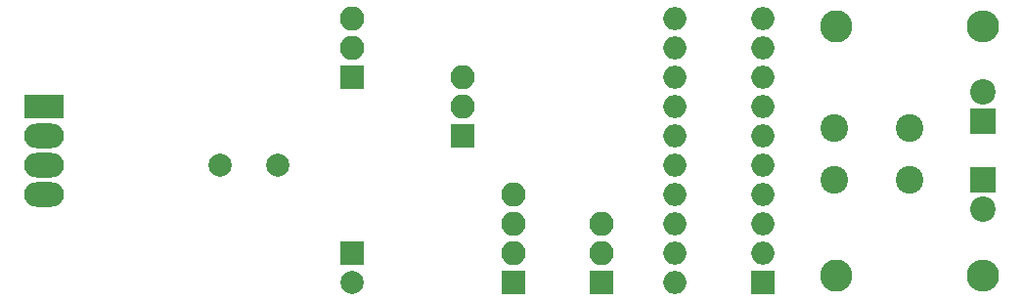
<source format=gbr>
G04 #@! TF.FileFunction,Soldermask,Bot*
%FSLAX46Y46*%
G04 Gerber Fmt 4.6, Leading zero omitted, Abs format (unit mm)*
G04 Created by KiCad (PCBNEW 4.0.2+dfsg1-stable) date Mon 26 Feb 2018 05:52:28 PM CET*
%MOMM*%
G01*
G04 APERTURE LIST*
%ADD10C,0.100000*%
%ADD11R,2.000000X2.000000*%
%ADD12C,2.000000*%
%ADD13R,2.200000X2.200000*%
%ADD14C,2.200000*%
%ADD15R,2.100000X2.100000*%
%ADD16O,2.100000X2.100000*%
%ADD17C,2.800000*%
%ADD18O,2.800000X2.800000*%
%ADD19C,2.400000*%
%ADD20O,2.000000X2.000000*%
%ADD21R,3.440000X2.127200*%
%ADD22O,3.440000X2.127200*%
G04 APERTURE END LIST*
D10*
D11*
X142240000Y-126365000D03*
D12*
X142240000Y-128865000D03*
D13*
X196850000Y-114935000D03*
D14*
X196850000Y-112395000D03*
D13*
X196850000Y-120015000D03*
D14*
X196850000Y-122555000D03*
D15*
X151765000Y-116205000D03*
D16*
X151765000Y-113665000D03*
X151765000Y-111125000D03*
D15*
X142240000Y-111125000D03*
D16*
X142240000Y-108585000D03*
X142240000Y-106045000D03*
D15*
X156210000Y-128905000D03*
D16*
X156210000Y-126365000D03*
X156210000Y-123825000D03*
X156210000Y-121285000D03*
D15*
X163830000Y-128905000D03*
D16*
X163830000Y-126365000D03*
X163830000Y-123825000D03*
D17*
X184150000Y-106680000D03*
D18*
X196850000Y-106680000D03*
D17*
X184150000Y-128270000D03*
D18*
X196850000Y-128270000D03*
D19*
X190500000Y-115515000D03*
X190500000Y-120015000D03*
X184000000Y-115515000D03*
X184000000Y-120015000D03*
D11*
X177800000Y-128905000D03*
D20*
X170180000Y-106045000D03*
X177800000Y-126365000D03*
X170180000Y-108585000D03*
X177800000Y-123825000D03*
X170180000Y-111125000D03*
X177800000Y-121285000D03*
X170180000Y-113665000D03*
X177800000Y-118745000D03*
X170180000Y-116205000D03*
X177800000Y-116205000D03*
X170180000Y-118745000D03*
X177800000Y-113665000D03*
X170180000Y-121285000D03*
X177800000Y-111125000D03*
X170180000Y-123825000D03*
X177800000Y-108585000D03*
X170180000Y-126365000D03*
X177800000Y-106045000D03*
X170180000Y-128905000D03*
D12*
X130810000Y-118745000D03*
X135810000Y-118745000D03*
D21*
X115570000Y-113665000D03*
D22*
X115570000Y-116205000D03*
X115570000Y-118745000D03*
X115570000Y-121285000D03*
M02*

</source>
